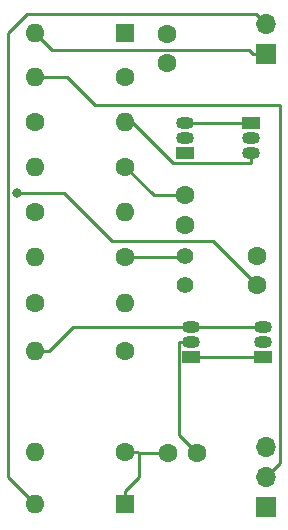
<source format=gbr>
G04 #@! TF.GenerationSoftware,KiCad,Pcbnew,(5.0.1)-3*
G04 #@! TF.CreationDate,2018-11-23T20:10:06-05:00*
G04 #@! TF.ProjectId,OdysseyDaughterCardSpotGenerator,4F647973736579446175676874657243,1.1*
G04 #@! TF.SameCoordinates,Original*
G04 #@! TF.FileFunction,Copper,L1,Top,Signal*
G04 #@! TF.FilePolarity,Positive*
%FSLAX46Y46*%
G04 Gerber Fmt 4.6, Leading zero omitted, Abs format (unit mm)*
G04 Created by KiCad (PCBNEW (5.0.1)-3) date 11/23/2018 8:10:06 PM*
%MOMM*%
%LPD*%
G01*
G04 APERTURE LIST*
G04 #@! TA.AperFunction,ComponentPad*
%ADD10C,1.600000*%
G04 #@! TD*
G04 #@! TA.AperFunction,ComponentPad*
%ADD11C,1.400000*%
G04 #@! TD*
G04 #@! TA.AperFunction,ComponentPad*
%ADD12O,1.600000X1.600000*%
G04 #@! TD*
G04 #@! TA.AperFunction,ComponentPad*
%ADD13R,1.600000X1.600000*%
G04 #@! TD*
G04 #@! TA.AperFunction,ComponentPad*
%ADD14R,1.500000X1.050000*%
G04 #@! TD*
G04 #@! TA.AperFunction,ComponentPad*
%ADD15O,1.500000X1.050000*%
G04 #@! TD*
G04 #@! TA.AperFunction,ComponentPad*
%ADD16R,1.700000X1.700000*%
G04 #@! TD*
G04 #@! TA.AperFunction,ComponentPad*
%ADD17O,1.700000X1.700000*%
G04 #@! TD*
G04 #@! TA.AperFunction,ViaPad*
%ADD18C,0.800000*%
G04 #@! TD*
G04 #@! TA.AperFunction,Conductor*
%ADD19C,0.250000*%
G04 #@! TD*
G04 APERTURE END LIST*
D10*
G04 #@! TO.P,C1,1*
G04 #@! TO.N,Net-(C1-Pad1)*
X148336000Y-83312000D03*
G04 #@! TO.P,C1,2*
G04 #@! TO.N,Net-(C1-Pad2)*
X148336000Y-80812000D03*
G04 #@! TD*
G04 #@! TO.P,C2,2*
G04 #@! TO.N,Net-(C2-Pad2)*
X155956000Y-99608000D03*
G04 #@! TO.P,C2,1*
G04 #@! TO.N,/Card7*
X155956000Y-102108000D03*
G04 #@! TD*
D11*
G04 #@! TO.P,C3,1*
G04 #@! TO.N,Net-(C3-Pad1)*
X149860000Y-102108000D03*
G04 #@! TO.P,C3,2*
G04 #@! TO.N,Net-(C3-Pad2)*
X149860000Y-99608000D03*
G04 #@! TD*
D10*
G04 #@! TO.P,C4,1*
G04 #@! TO.N,Net-(C4-Pad1)*
X149860000Y-94488000D03*
G04 #@! TO.P,C4,2*
G04 #@! TO.N,/Card4*
X149860000Y-96988000D03*
G04 #@! TD*
G04 #@! TO.P,C5,2*
G04 #@! TO.N,Net-(C3-Pad1)*
X148376000Y-116332000D03*
G04 #@! TO.P,C5,1*
G04 #@! TO.N,/Card4*
X150876000Y-116332000D03*
G04 #@! TD*
D12*
G04 #@! TO.P,D1,2*
G04 #@! TO.N,/Card10*
X137160000Y-80772000D03*
D13*
G04 #@! TO.P,D1,1*
G04 #@! TO.N,Net-(C1-Pad2)*
X144780000Y-80772000D03*
G04 #@! TD*
G04 #@! TO.P,D2,1*
G04 #@! TO.N,Net-(C3-Pad1)*
X144780000Y-120650000D03*
D12*
G04 #@! TO.P,D2,2*
G04 #@! TO.N,/Card1*
X137160000Y-120650000D03*
G04 #@! TD*
D14*
G04 #@! TO.P,Q1,1*
G04 #@! TO.N,GND*
X155448000Y-88392000D03*
D15*
G04 #@! TO.P,Q1,3*
G04 #@! TO.N,Net-(C2-Pad2)*
X155448000Y-90932000D03*
G04 #@! TO.P,Q1,2*
G04 #@! TO.N,Net-(C1-Pad1)*
X155448000Y-89662000D03*
G04 #@! TD*
G04 #@! TO.P,Q2,2*
G04 #@! TO.N,/Card7*
X156464000Y-106934000D03*
G04 #@! TO.P,Q2,3*
G04 #@! TO.N,/Card5*
X156464000Y-105664000D03*
D14*
G04 #@! TO.P,Q2,1*
G04 #@! TO.N,GND*
X156464000Y-108204000D03*
G04 #@! TD*
D15*
G04 #@! TO.P,Q3,2*
G04 #@! TO.N,Net-(C3-Pad2)*
X149860000Y-89662000D03*
G04 #@! TO.P,Q3,3*
G04 #@! TO.N,GND*
X149860000Y-88392000D03*
D14*
G04 #@! TO.P,Q3,1*
G04 #@! TO.N,Net-(C4-Pad1)*
X149860000Y-90932000D03*
G04 #@! TD*
G04 #@! TO.P,Q4,1*
G04 #@! TO.N,GND*
X150368000Y-108204000D03*
D15*
G04 #@! TO.P,Q4,3*
G04 #@! TO.N,/Card5*
X150368000Y-105664000D03*
G04 #@! TO.P,Q4,2*
G04 #@! TO.N,/Card4*
X150368000Y-106934000D03*
G04 #@! TD*
D10*
G04 #@! TO.P,R1,1*
G04 #@! TO.N,Net-(C1-Pad2)*
X144780000Y-84455000D03*
D12*
G04 #@! TO.P,R1,2*
G04 #@! TO.N,/Card9*
X137160000Y-84455000D03*
G04 #@! TD*
G04 #@! TO.P,R2,2*
G04 #@! TO.N,Net-(C1-Pad1)*
X144780000Y-95885000D03*
D10*
G04 #@! TO.P,R2,1*
G04 #@! TO.N,/Card6*
X137160000Y-95885000D03*
G04 #@! TD*
D12*
G04 #@! TO.P,R3,2*
G04 #@! TO.N,Net-(C2-Pad2)*
X144780000Y-88265000D03*
D10*
G04 #@! TO.P,R3,1*
G04 #@! TO.N,/Card6*
X137160000Y-88265000D03*
G04 #@! TD*
G04 #@! TO.P,R4,1*
G04 #@! TO.N,/Card6*
X137160000Y-103632000D03*
D12*
G04 #@! TO.P,R4,2*
G04 #@! TO.N,/Card8*
X144780000Y-103632000D03*
G04 #@! TD*
G04 #@! TO.P,R5,2*
G04 #@! TO.N,/Card5*
X137160000Y-107696000D03*
D10*
G04 #@! TO.P,R5,1*
G04 #@! TO.N,/Card8*
X144780000Y-107696000D03*
G04 #@! TD*
G04 #@! TO.P,R6,1*
G04 #@! TO.N,Net-(C3-Pad2)*
X144780000Y-99695000D03*
D12*
G04 #@! TO.P,R6,2*
G04 #@! TO.N,/Card6*
X137160000Y-99695000D03*
G04 #@! TD*
D10*
G04 #@! TO.P,R7,1*
G04 #@! TO.N,Net-(C4-Pad1)*
X144780000Y-92075000D03*
D12*
G04 #@! TO.P,R7,2*
G04 #@! TO.N,/Card6*
X137160000Y-92075000D03*
G04 #@! TD*
G04 #@! TO.P,R8,2*
G04 #@! TO.N,/Card2*
X137160000Y-116205000D03*
D10*
G04 #@! TO.P,R8,1*
G04 #@! TO.N,Net-(C3-Pad1)*
X144780000Y-116205000D03*
G04 #@! TD*
D16*
G04 #@! TO.P,J1,1*
G04 #@! TO.N,/Card2*
X156718000Y-120904000D03*
D17*
G04 #@! TO.P,J1,2*
G04 #@! TO.N,/Card9*
X156718000Y-118364000D03*
G04 #@! TO.P,J1,3*
G04 #@! TO.N,GND*
X156718000Y-115824000D03*
G04 #@! TD*
D16*
G04 #@! TO.P,J2,1*
G04 #@! TO.N,/Card10*
X156718000Y-82550000D03*
D17*
G04 #@! TO.P,J2,2*
G04 #@! TO.N,/Card1*
X156718000Y-80010000D03*
G04 #@! TD*
D18*
G04 #@! TO.N,/Card7*
X135605800Y-94318300D03*
G04 #@! TD*
D19*
G04 #@! TO.N,Net-(C2-Pad2)*
X155448000Y-91782300D02*
X155448000Y-90932000D01*
X148859900Y-91782300D02*
X155448000Y-91782300D01*
X144780000Y-88265000D02*
X145342600Y-88265000D01*
X145342600Y-88265000D02*
X148859900Y-91782300D01*
G04 #@! TO.N,/Card7*
X139633800Y-94318300D02*
X135605800Y-94318300D01*
X143663500Y-98348000D02*
X139633800Y-94318300D01*
X152196000Y-98348000D02*
X143663500Y-98348000D01*
X155956000Y-102108000D02*
X152196000Y-98348000D01*
G04 #@! TO.N,Net-(C3-Pad1)*
X145936900Y-116332000D02*
X148376000Y-116332000D01*
X145809900Y-116205000D02*
X145936900Y-116332000D01*
X144780000Y-116205000D02*
X145809900Y-116205000D01*
X145936900Y-118367800D02*
X144780000Y-119524700D01*
X145936900Y-116332000D02*
X145936900Y-118367800D01*
X144780000Y-120650000D02*
X144780000Y-119524700D01*
G04 #@! TO.N,Net-(C3-Pad2)*
X149773000Y-99695000D02*
X149860000Y-99608000D01*
X144780000Y-99695000D02*
X149773000Y-99695000D01*
G04 #@! TO.N,Net-(C4-Pad1)*
X147193000Y-94488000D02*
X149860000Y-94488000D01*
X144780000Y-92075000D02*
X147193000Y-94488000D01*
G04 #@! TO.N,/Card4*
X149292700Y-114748700D02*
X149292700Y-106934000D01*
X150876000Y-116332000D02*
X149292700Y-114748700D01*
X150368000Y-106934000D02*
X149292700Y-106934000D01*
G04 #@! TO.N,/Card10*
X155618000Y-82550000D02*
X156718000Y-82550000D01*
X155254999Y-82186999D02*
X155618000Y-82550000D01*
X138574999Y-82186999D02*
X155254999Y-82186999D01*
X137160000Y-80772000D02*
X138574999Y-82186999D01*
G04 #@! TO.N,/Card1*
X134880799Y-118370799D02*
X134880799Y-80765201D01*
X137160000Y-120650000D02*
X134880799Y-118370799D01*
X155868001Y-79160001D02*
X156718000Y-80010000D01*
X136485999Y-79160001D02*
X155868001Y-79160001D01*
X134880799Y-80765201D02*
X136485999Y-79160001D01*
G04 #@! TO.N,GND*
X149860000Y-88392000D02*
X155448000Y-88392000D01*
X156464000Y-108204000D02*
X150368000Y-108204000D01*
G04 #@! TO.N,/Card5*
X156464000Y-105664000D02*
X150368000Y-105664000D01*
X140317300Y-105664000D02*
X150368000Y-105664000D01*
X138285300Y-107696000D02*
X140317300Y-105664000D01*
X137160000Y-107696000D02*
X138285300Y-107696000D01*
G04 #@! TO.N,/Card9*
X138291370Y-84455000D02*
X137160000Y-84455000D01*
X139827000Y-84455000D02*
X138291370Y-84455000D01*
X142240000Y-86868000D02*
X139827000Y-84455000D01*
X157893001Y-86868000D02*
X142240000Y-86868000D01*
X156718000Y-118364000D02*
X157893001Y-117188999D01*
X157893001Y-117188999D02*
X157893001Y-86868000D01*
G04 #@! TD*
M02*

</source>
